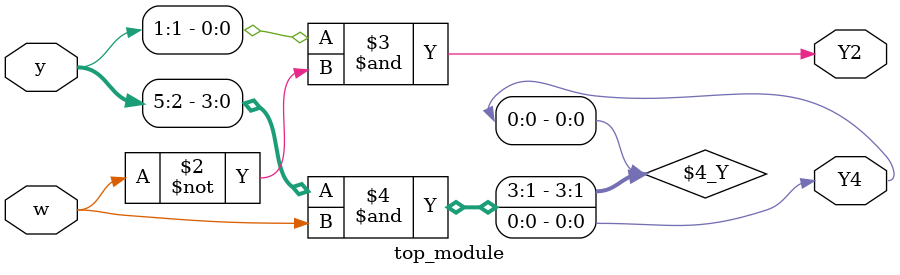
<source format=sv>
module top_module (
	input [6:1] y,
	input w,
	output reg Y2,
	output reg Y4
);

	always @ (*)
	begin
		Y2 = y[1] & ~w;
		Y4 = {y[5], y[4], y[3], y[2]} & w;
	end

endmodule

</source>
